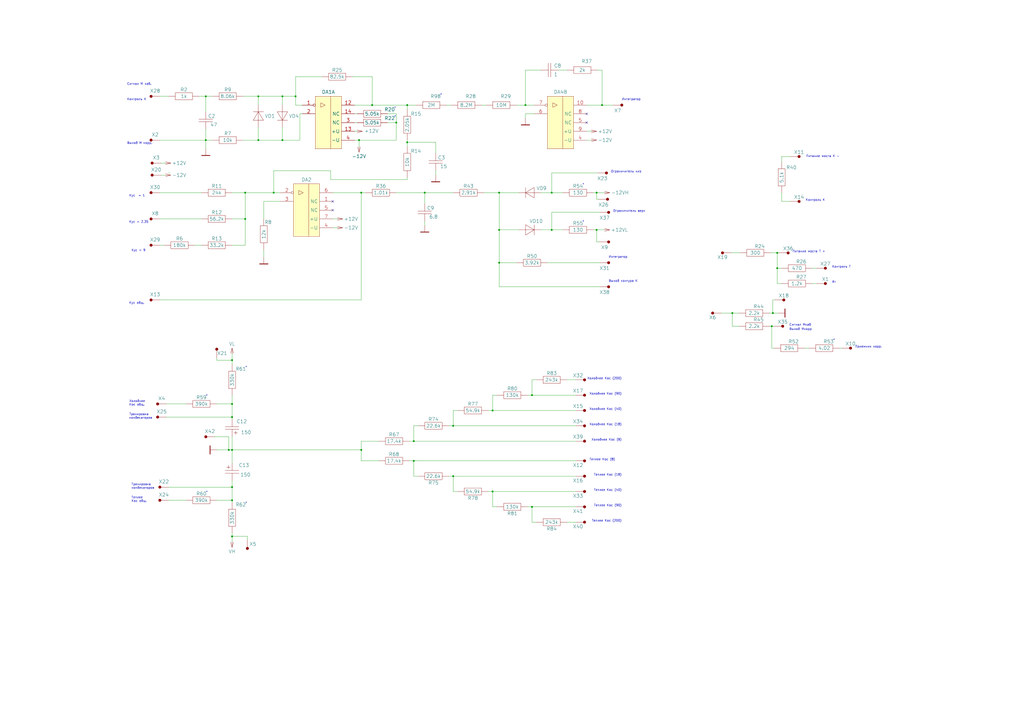
<source format=kicad_sch>
(kicad_sch (version 20231120) (generator "eeschema") (generator_version "8.0")
  (paper "A2")
  (title_block (title "Плата\\n\\nСхема электрическая принципиальная") (company "ОАО Казанский завод\\n\"Электроприбор\"") (comment 1 "6Ю6.679.629-01 Э3") (comment 2 "Хисамов") (comment 3 "Забегаев") (comment 4 "Шайхуллин"))
  (lib_symbols
    (symbol "Amplifier_Operational_GOST:140УД6А" (pin_names (offset 1.016))
      (property "Reference" "DA" (at 0 17.78 0))
      (symbol "140УД6А_1_1"
        (polyline (pts (xy 1.27 15.24) (xy 1.27 -15.24)))
        (polyline (pts (xy -4.445 11.43) (xy -4.445 8.89) (xy -1.905 10.16) (xy -4.445 11.43)))
        (rectangle (start 7.62 15.24) (end -7.62 -15.24) (fill (type background)))
        (pin input line (at 15.24 5.08 180) (length 7.62) (name "NC") (number "1"))
        (pin input inverted (at -15.24 10.16 0) (length 7.62) (name "~") (number "2"))
        (pin input line (at -15.24 5.08 0) (length 7.62) (name "~") (number "3"))
        (pin power_in line (at 15.24 -10.16 180) (length 7.62) (name "-U") (number "4"))
        (pin input line (at 15.24 0 180) (length 7.62) (name "NC") (number "5"))
        (pin output line (at 15.24 10.16 180) (length 7.62) (name "~") (number "6"))
        (pin power_in line (at 15.24 -5.08 180) (length 7.62) (name "+U") (number "7"))
      )
    )
    (symbol "Connector_Generic_GOST:CON" (pin_numbers hide) (pin_names (offset 0) hide)
      (property "Reference" "X" (at -6.35 2.54 0))
      (property "PIN" "NAME" (at -7.62 0 0))
      (symbol "CON_0_1"
        (circle (center -5.08 0) (radius 0.762) (fill (type outline)))
      )
      (symbol "CON_1_1"
        (pin passive line (at 0 0 180) (length 5.08) (name "~") (number "1"))
      )
    )
    (symbol "Device_GOST:C" (pin_numbers hide) (pin_names (offset 0) hide)
      (property "Reference" "C" (at 0.635 2.54 0))
      (property "Value" "Device_GOST_C" (at 0.635 -3.175 0))
      (symbol "C_0_1"
        (polyline (pts (xy -3.9878 -0.762) (xy 3.9878 -0.762)))
        (polyline (pts (xy -3.9878 0.762) (xy 3.9878 0.762)))
      )
      (symbol "C_1_1"
        (pin passive line (at 0 5.08 270) (length 4.318) (name "~") (number "1"))
        (pin passive line (at 0 -5.08 90) (length 4.318) (name "~") (number "2"))
      )
    )
    (symbol "Device_GOST:CP" (pin_numbers hide) (pin_names (offset 0) hide)
      (property "Reference" "C" (at 0.635 2.54 0))
      (property "Value" "Device_GOST_CP" (at 0.635 -3.175 0))
      (symbol "CP_0_1"
        (polyline (pts (xy -3.9878 -0.762) (xy 3.9878 -0.762)))
        (polyline (pts (xy -3.9878 0.762) (xy 3.9878 0.762)))
        (polyline (pts (xy -2.0828 3.7592) (xy -2.0828 1.7272)))
        (polyline (pts (xy -1.0668 2.6924) (xy -3.0988 2.6924)))
      )
      (symbol "CP_1_1"
        (pin passive line (at 0 5.08 270) (length 4.318) (name "~") (number "1"))
        (pin passive line (at 0 -5.08 90) (length 4.318) (name "~") (number "2"))
      )
    )
    (symbol "Device_GOST:R" (pin_numbers hide) (pin_names (offset 0) hide)
      (property "Reference" "R" (at 0 3.81 0))
      (property "Value" "Device_GOST_R" (at 0 0 0))
      (symbol "R_0_1"
        (rectangle (start -5.0038 2.0066) (end 5.0038 -2.0066))
      )
      (symbol "R_1_1"
        (pin passive line (at -8.89 0 0) (length 3.8862) (name "~") (number "1"))
        (pin passive line (at 8.89 0 180) (length 3.8862) (name "~") (number "2"))
      )
    )
    (symbol "Device_GOST:VD" (pin_numbers hide) (pin_names (offset 0) hide)
      (property "Reference" "VD" (at 0 5.08 0))
      (symbol "VD_0_1"
        (polyline (pts (xy -2.54 0) (xy 2.54 0)))
        (polyline (pts (xy -2.4892 2.9972) (xy -2.4892 -2.9972)))
        (polyline (pts (xy -2.4892 0) (xy 2.4892 2.9972) (xy 2.4892 -2.9972) (xy -2.4892 0)))
      )
      (symbol "VD_1_1"
        (pin passive line (at -6.35 0 0) (length 3.81) (name "K") (number "1"))
        (pin passive line (at 6.35 0 180) (length 3.81) (name "A") (number "2"))
      )
    )
    (symbol "K8_Amplifier_Operational_GOST:140УД20" (pin_names (offset 1.016))
      (property "Reference" "DA" (at 15.24 7.62 0))
      (symbol "140УД20_0_1"
        (polyline (pts (xy 16.51 5.08) (xy 16.51 -25.4)))
        (polyline (pts (xy 10.795 1.27) (xy 10.795 -1.27) (xy 13.335 0) (xy 10.795 1.27)))
        (rectangle (start 22.86 5.08) (end 7.62 -25.4) (fill (type background)))
        (pin power_in line (at 30.48 -20.32 180) (length 7.62) (name "-U") (number "4"))
      )
      (symbol "140УД20_1_1"
        (pin input inverted (at 0 0 0) (length 7.62) (name "~") (number "1"))
        (pin output line (at 30.48 0 180) (length 7.62) (name "~") (number "12"))
        (pin power_in line (at 30.48 -15.24 180) (length 7.62) (name "+U") (number "13"))
        (pin input line (at 30.48 -5.08 180) (length 7.62) (name "NC") (number "14"))
        (pin input line (at 0 -5.08 0) (length 7.62) (name "~") (number "2"))
        (pin input line (at 30.48 -10.16 180) (length 7.62) (name "NC") (number "3"))
      )
      (symbol "140УД20_2_1"
        (pin output line (at 30.48 0 180) (length 7.62) (name "~") (number "10"))
        (pin input line (at 30.48 -10.16 180) (length 7.62) (name "NC") (number "5"))
        (pin input line (at 0 -5.08 0) (length 7.62) (name "~") (number "6"))
        (pin input inverted (at 0 0 0) (length 7.62) (name "~") (number "7"))
        (pin input line (at 30.48 -5.08 180) (length 7.62) (name "NC") (number "8"))
        (pin power_in line (at 30.48 -15.24 180) (length 7.62) (name "+U") (number "9"))
      )
    )
    (symbol "power_GOST:+12V" (power) (pin_numbers hide) (pin_names (offset 0) hide)
      (property "Value" "power_GOST_+12V" (at 0 5.08 0))
      (symbol "+12V_0_1"
        (polyline (pts (xy 0 3.175) (xy -0.8128 0.1778)))
        (polyline (pts (xy 0 3.175) (xy 0 0)))
        (polyline (pts (xy 0.8128 0.1778) (xy 0 3.175)))
      )
      (symbol "+12V_1_1"
        (pin power_in line (at 0 0 90) (length 0) hide (name "+12V") (number "1"))
      )
    )
    (symbol "power_GOST:+12VL" (power) (pin_numbers hide) (pin_names (offset 0) hide)
      (property "Value" "power_GOST_+12VL" (at 0 5.08 0))
      (symbol "+12VL_0_1"
        (polyline (pts (xy 0 3.175) (xy -0.8128 0.1778)))
        (polyline (pts (xy 0 3.175) (xy 0 0)))
        (polyline (pts (xy 0.8128 0.1778) (xy 0 3.175)))
      )
      (symbol "+12VL_1_1"
        (pin power_in line (at 0 0 90) (length 0) hide (name "+12VL") (number "1"))
      )
    )
    (symbol "power_GOST:-12V" (power) (pin_numbers hide) (pin_names (offset 0) hide)
      (property "Value" "power_GOST_-12V" (at 0 -5.08 0))
      (symbol "-12V_0_1"
        (polyline (pts (xy -0.8128 -0.1778) (xy 0 -3.175)))
        (polyline (pts (xy 0 -3.175) (xy 0 0)))
        (polyline (pts (xy 0 -3.175) (xy 0.8128 -0.1778)))
      )
      (symbol "-12V_1_1"
        (pin power_in line (at 0 0 270) (length 0) hide (name "-12V") (number "1"))
      )
    )
    (symbol "power_GOST:-12VH" (power) (pin_numbers hide) (pin_names (offset 0) hide)
      (property "Value" "power_GOST_-12VH" (at 0 -5.08 0))
      (symbol "-12VH_0_1"
        (polyline (pts (xy -0.8128 -0.1778) (xy 0 -3.175)))
        (polyline (pts (xy 0 -3.175) (xy 0 0)))
        (polyline (pts (xy 0 -3.175) (xy 0.8128 -0.1778)))
      )
      (symbol "-12VH_1_1"
        (pin power_in line (at 0 0 270) (length 0) hide (name "-12VH") (number "1"))
      )
    )
    (symbol "power_GOST:GND" (power) (pin_numbers hide) (pin_names (offset 0) hide)
      (symbol "GND_0_1"
        (rectangle (start -2.4892 -3.683) (end 2.4892 -3.9878) (fill (type outline)))
        (polyline (pts (xy 0 0) (xy 0 -3.81)))
      )
      (symbol "GND_1_1"
        (pin power_in line (at 0 0 270) (length 0) hide (name "GND") (number "1"))
      )
    )
    (symbol "power_GOST:VH" (power) (pin_numbers hide) (pin_names (offset 0) hide)
      (property "Value" "power_GOST_VH" (at 0 5.08 0))
      (symbol "VH_0_1"
        (polyline (pts (xy 0 3.175) (xy -0.8128 0.1778)))
        (polyline (pts (xy 0 3.175) (xy 0 0)))
        (polyline (pts (xy 0.8128 0.1778) (xy 0 3.175)))
      )
      (symbol "VH_1_1"
        (pin power_in line (at 0 0 90) (length 0) hide (name "VH") (number "1"))
      )
    )
    (symbol "power_GOST:VL" (power) (pin_numbers hide) (pin_names (offset 0) hide)
      (property "Value" "power_GOST_VL" (at 0 5.08 0))
      (symbol "VL_0_1"
        (polyline (pts (xy 0 3.175) (xy -0.8128 0.1778)))
        (polyline (pts (xy 0 3.175) (xy 0 0)))
        (polyline (pts (xy 0.8128 0.1778) (xy 0 3.175)))
      )
      (symbol "VL_1_1"
        (pin power_in line (at 0 0 90) (length 0) hide (name "VL") (number "1"))
      )
    )
  )
  (junction (at 236.22 82.55))
  (junction (at 171.45 55.88))
  (junction (at 149.86 81.28))
  (junction (at 163.83 81.28))
  (junction (at 346.075 111.76))
  (junction (at 349.25 60.96))
  (junction (at 240.03 255.905))
  (junction (at 289.56 111.76))
  (junction (at 209.55 260.985))
  (junction (at 447.675 189.23))
  (junction (at 289.56 133.35))
  (junction (at 236.22 60.96))
  (junction (at 142.24 127))
  (junction (at 240.03 267.335))
  (junction (at 450.85 146.685))
  (junction (at 158.75 111.76))
  (junction (at 308.61 229.235))
  (junction (at 320.04 133.35))
  (junction (at 450.85 155.575))
  (junction (at 134.62 234.315))
  (junction (at 448.31 181.61))
  (junction (at 134.62 241.935))
  (junction (at 209.55 111.76))
  (junction (at 229.87 71.12))
  (junction (at 285.75 238.125))
  (junction (at 289.56 152.4))
  (junction (at 134.62 208.915))
  (junction (at 142.24 111.76))
  (junction (at 346.075 133.35))
  (junction (at 424.815 181.61))
  (junction (at 285.75 285.115))
  (junction (at 119.38 81.28))
  (junction (at 134.62 282.575))
  (junction (at 119.38 55.88))
  (junction (at 149.86 55.88))
  (junction (at 134.62 260.985))
  (junction (at 308.61 294.005))
  (junction (at 134.62 290.195))
  (junction (at 262.89 276.225))
  (junction (at 246.38 111.76))
  (junction (at 320.04 111.76))
  (junction (at 304.8 60.96))
  (junction (at 208.28 81.28))
  (junction (at 215.9 60.96))
  (junction (at 134.62 311.15))
  (junction (at 163.83 55.88))
  (junction (at 132.715 260.985))
  (junction (at 262.89 247.015))
  (no_connect (at 340.36 66.04))
  (no_connect (at 193.04 116.84))
  (no_connect (at 340.36 71.12))
  (no_connect (at 193.04 121.92))
  (wire (pts (xy 97.79 282.575) (xy 134.62 282.575)))
  (wire (pts (xy 240.03 247.015) (xy 242.57 247.015)))
  (wire (pts (xy 134.62 311.15) (xy 134.62 314.325)))
  (wire (pts (xy 313.69 40.64) (xy 304.8 40.64)))
  (wire (pts (xy 285.75 238.125) (xy 285.75 229.235)))
  (wire (pts (xy 92.71 142.24) (xy 95.25 142.24)))
  (wire (pts (xy 320.04 100.33) (xy 346.71 100.33)))
  (wire (pts (xy 446.405 189.23) (xy 447.675 189.23)))
  (wire (pts (xy 448.945 201.93) (xy 447.675 201.93)))
  (wire (pts (xy 92.71 81.28) (xy 119.38 81.28)))
  (wire (pts (xy 92.71 111.76) (xy 116.84 111.76)))
  (wire (pts (xy 280.67 111.76) (xy 289.56 111.76)))
  (wire (pts (xy 466.725 201.93) (xy 469.265 201.93)))
  (wire (pts (xy 289.56 133.35) (xy 289.56 111.76)))
  (wire (pts (xy 458.47 90.805) (xy 453.39 90.805)))
  (wire (pts (xy 450.85 155.575) (xy 453.39 155.575)))
  (wire (pts (xy 229.87 66.04) (xy 229.87 71.12)))
  (wire (pts (xy 262.89 276.225) (xy 334.01 276.225)))
  (wire (pts (xy 224.79 66.04) (xy 229.87 66.04)))
  (wire (pts (xy 306.07 294.005) (xy 308.61 294.005)))
  (wire (pts (xy 229.87 71.12) (xy 229.87 81.28)))
  (wire (pts (xy 236.22 104.14) (xy 191.77 104.14)))
  (wire (pts (xy 304.8 60.96) (xy 299.72 60.96)))
  (wire (pts (xy 191.77 104.14) (xy 191.77 99.06)))
  (wire (pts (xy 209.55 267.335) (xy 209.55 260.985)))
  (wire (pts (xy 299.72 152.4) (xy 289.56 152.4)))
  (wire (pts (xy 134.62 309.245) (xy 134.62 311.15)))
  (wire (pts (xy 246.38 111.76) (xy 229.87 111.76)))
  (wire (pts (xy 453.39 93.98) (xy 453.39 90.805)))
  (wire (pts (xy 449.58 173.99) (xy 448.31 173.99)))
  (wire (pts (xy 93.345 101.6) (xy 95.885 101.6)))
  (wire (pts (xy 304.8 68.58) (xy 304.8 66.04)))
  (wire (pts (xy 236.22 102.87) (xy 236.22 104.14)))
  (wire (pts (xy 149.86 60.96) (xy 149.86 55.88)))
  (wire (pts (xy 246.38 118.11) (xy 246.38 111.76)))
  (wire (pts (xy 163.83 60.96) (xy 163.83 55.88)))
  (wire (pts (xy 346.075 133.35) (xy 350.52 133.35)))
  (wire (pts (xy 205.74 76.2) (xy 207.01 76.2)))
  (wire (pts (xy 140.97 81.28) (xy 149.86 81.28)))
  (wire (pts (xy 285.75 229.235) (xy 288.29 229.235)))
  (wire (pts (xy 171.45 55.88) (xy 171.45 60.96)))
  (wire (pts (xy 212.09 111.76) (xy 209.55 111.76)))
  (wire (pts (xy 346.075 115.57) (xy 346.075 111.76)))
  (wire (pts (xy 446.405 181.61) (xy 448.31 181.61)))
  (wire (pts (xy 134.62 260.985) (xy 134.62 253.365)))
  (wire (pts (xy 215.9 44.45) (xy 204.47 44.45)))
  (wire (pts (xy 320.04 133.35) (xy 326.39 133.35)))
  (wire (pts (xy 142.24 111.76) (xy 158.75 111.76)))
  (wire (pts (xy 262.89 238.125) (xy 265.43 238.125)))
  (wire (pts (xy 308.61 229.235) (xy 308.61 220.345)))
  (wire (pts (xy 149.86 73.66) (xy 149.86 81.28)))
  (wire (pts (xy 163.83 55.88) (xy 171.45 55.88)))
  (wire (pts (xy 308.61 229.235) (xy 334.01 229.235)))
  (wire (pts (xy 132.715 253.365) (xy 132.715 260.985)))
  (wire (pts (xy 96.52 234.315) (xy 107.95 234.315)))
  (wire (pts (xy 344.17 133.35) (xy 346.075 133.35)))
  (wire (pts (xy 241.3 60.96) (xy 236.22 60.96)))
  (wire (pts (xy 143.51 311.15) (xy 134.62 311.15)))
  (wire (pts (xy 453.39 116.84) (xy 458.47 116.84)))
  (wire (pts (xy 97.79 100.33) (xy 98.425 100.33)))
  (wire (pts (xy 149.86 81.28) (xy 163.83 81.28)))
  (wire (pts (xy 308.61 294.005) (xy 308.61 302.895)))
  (wire (pts (xy 219.71 255.905) (xy 209.55 255.905)))
  (wire (pts (xy 418.465 181.61) (xy 424.815 181.61)))
  (wire (pts (xy 113.03 142.24) (xy 116.84 142.24)))
  (wire (pts (xy 191.77 99.06) (xy 158.75 99.06)))
  (wire (pts (xy 448.31 181.61) (xy 451.485 181.61)))
  (wire (pts (xy 283.21 238.125) (xy 285.75 238.125)))
  (wire (pts (xy 134.62 229.235) (xy 134.62 234.315)))
  (wire (pts (xy 471.17 155.575) (xy 473.71 155.575)))
  (wire (pts (xy 304.8 60.96) (xy 309.88 60.96)))
  (wire (pts (xy 125.73 290.195) (xy 134.62 290.195)))
  (wire (pts (xy 308.61 294.005) (xy 334.01 294.005)))
  (wire (pts (xy 134.62 278.765) (xy 134.62 282.575)))
  (wire (pts (xy 344.17 111.76) (xy 346.075 111.76)))
  (wire (pts (xy 207.01 71.12) (xy 205.74 71.12)))
  (wire (pts (xy 471.17 164.465) (xy 473.71 164.465)))
  (wire (pts (xy 340.36 76.2) (xy 342.9 76.2)))
  (wire (pts (xy 447.675 189.23) (xy 448.945 189.23)))
  (wire (pts (xy 134.62 268.605) (xy 134.62 260.985)))
  (wire (pts (xy 346.71 40.64) (xy 349.25 40.64)))
  (wire (pts (xy 450.85 164.465) (xy 450.85 155.575)))
  (wire (pts (xy 346.075 140.335) (xy 346.075 133.35)))
  (wire (pts (xy 252.73 88.9) (xy 252.73 82.55)))
  (wire (pts (xy 119.38 74.93) (xy 119.38 81.28)))
  (wire (pts (xy 219.71 267.335) (xy 209.55 267.335)))
  (wire (pts (xy 347.98 123.19) (xy 320.04 123.19)))
  (wire (pts (xy 143.51 313.055) (xy 143.51 311.15)))
  (wire (pts (xy 289.56 111.76) (xy 300.99 111.76)))
  (wire (pts (xy 453.39 164.465) (xy 450.85 164.465)))
  (wire (pts (xy 236.22 60.96) (xy 236.22 63.5)))
  (wire (pts (xy 142.24 111.76) (xy 142.24 127)))
  (wire (pts (xy 447.675 189.23) (xy 447.675 201.93)))
  (wire (pts (xy 285.75 285.115) (xy 285.75 294.005)))
  (wire (pts (xy 252.73 101.6) (xy 252.73 99.06)))
  (wire (pts (xy 173.99 66.04) (xy 175.26 66.04)))
  (wire (pts (xy 134.62 234.315) (xy 134.62 241.935)))
  (wire (pts (xy 237.49 267.335) (xy 240.03 267.335)))
  (wire (pts (xy 163.83 81.28) (xy 173.99 81.28)))
  (wire (pts (xy 317.5 152.4) (xy 347.98 152.4)))
  (wire (pts (xy 448.31 173.99) (xy 448.31 181.61)))
  (wire (pts (xy 92.71 55.88) (xy 97.79 55.88)))
  (wire (pts (xy 428.625 189.23) (xy 424.815 189.23)))
  (wire (pts (xy 134.62 290.195) (xy 134.62 291.465)))
  (wire (pts (xy 323.85 40.64) (xy 328.93 40.64)))
  (wire (pts (xy 320.04 123.19) (xy 320.04 133.35)))
  (wire (pts (xy 453.39 111.76) (xy 453.39 116.84)))
  (wire (pts (xy 349.25 60.96) (xy 340.36 60.96)))
  (wire (pts (xy 349.25 60.96) (xy 355.6 60.96)))
  (wire (pts (xy 125.73 208.915) (xy 134.62 208.915)))
  (wire (pts (xy 124.46 253.365) (xy 132.715 253.365)))
  (wire (pts (xy 193.04 132.08) (xy 195.58 132.08)))
  (wire (pts (xy 285.75 285.115) (xy 334.01 285.115)))
  (wire (pts (xy 285.75 294.005) (xy 288.29 294.005)))
  (wire (pts (xy 205.74 66.04) (xy 207.01 66.04)))
  (wire (pts (xy 346.075 111.76) (xy 350.52 111.76)))
  (wire (pts (xy 153.035 116.84) (xy 162.56 116.84)))
  (wire (pts (xy 246.38 130.81) (xy 246.38 128.27)))
  (wire (pts (xy 320.04 111.76) (xy 326.39 111.76)))
  (wire (pts (xy 215.9 60.96) (xy 236.22 60.96)))
  (wire (pts (xy 149.86 55.88) (xy 163.83 55.88)))
  (wire (pts (xy 260.35 276.225) (xy 262.89 276.225)))
  (wire (pts (xy 289.56 152.4) (xy 289.56 133.35)))
  (wire (pts (xy 134.62 208.915) (xy 134.62 211.455)))
  (wire (pts (xy 142.24 142.24) (xy 134.62 142.24)))
  (wire (pts (xy 134.62 127) (xy 142.24 127)))
  (wire (pts (xy 153.035 144.78) (xy 153.035 149.225)))
  (wire (pts (xy 308.61 302.895) (xy 311.15 302.895)))
  (wire (pts (xy 347.345 115.57) (xy 346.075 115.57)))
  (wire (pts (xy 308.61 220.345) (xy 311.15 220.345)))
  (wire (pts (xy 452.12 146.685) (xy 450.85 146.685)))
  (wire (pts (xy 240.03 276.225) (xy 242.57 276.225)))
  (wire (pts (xy 306.07 229.235) (xy 308.61 229.235)))
  (wire (pts (xy 92.71 127) (xy 116.84 127)))
  (wire (pts (xy 237.49 255.905) (xy 240.03 255.905)))
  (wire (pts (xy 240.03 255.905) (xy 334.01 255.905)))
  (wire (pts (xy 115.57 55.88) (xy 119.38 55.88)))
  (wire (pts (xy 347.98 166.37) (xy 289.56 166.37)))
  (wire (pts (xy 279.4 60.96) (xy 281.94 60.96)))
  (wire (pts (xy 209.55 255.905) (xy 209.55 260.985)))
  (wire (pts (xy 349.25 40.64) (xy 349.25 60.96)))
  (wire (pts (xy 262.89 285.115) (xy 265.43 285.115)))
  (wire (pts (xy 240.03 255.905) (xy 240.03 247.015)))
  (wire (pts (xy 125.73 207.645) (xy 125.73 208.915)))
  (wire (pts (xy 320.04 100.33) (xy 320.04 111.76)))
  (wire (pts (xy 487.045 201.93) (xy 488.315 201.93)))
  (wire (pts (xy 304.8 66.04) (xy 309.88 66.04)))
  (wire (pts (xy 424.815 189.23) (xy 424.815 181.61)))
  (wire (pts (xy 134.62 260.985) (xy 209.55 260.985)))
  (wire (pts (xy 236.22 81.28) (xy 236.22 82.55)))
  (wire (pts (xy 134.62 282.575) (xy 134.62 290.195)))
  (wire (pts (xy 186.69 44.45) (xy 171.45 44.45)))
  (wire (pts (xy 328.93 220.345) (xy 334.01 220.345)))
  (wire (pts (xy 285.75 238.125) (xy 334.01 238.125)))
  (wire (pts (xy 119.38 86.36) (xy 119.38 81.28)))
  (wire (pts (xy 134.62 111.76) (xy 142.24 111.76)))
  (wire (pts (xy 313.69 111.76) (xy 320.04 111.76)))
  (wire (pts (xy 92.71 173.99) (xy 209.55 173.99)))
  (wire (pts (xy 215.9 60.96) (xy 215.9 44.45)))
  (wire (pts (xy 424.815 181.61) (xy 428.625 181.61)))
  (wire (pts (xy 163.83 73.66) (xy 163.83 81.28)))
  (wire (pts (xy 193.04 111.76) (xy 209.55 111.76)))
  (wire (pts (xy 300.99 133.35) (xy 289.56 133.35)))
  (wire (pts (xy 205.74 60.96) (xy 215.9 60.96)))
  (wire (pts (xy 96.52 241.935) (xy 134.62 241.935)))
  (wire (pts (xy 209.55 173.99) (xy 209.55 111.76)))
  (wire (pts (xy 119.38 64.77) (xy 119.38 55.88)))
  (wire (pts (xy 262.89 276.225) (xy 262.89 285.115)))
  (wire (pts (xy 313.69 133.35) (xy 320.04 133.35)))
  (wire (pts (xy 289.56 166.37) (xy 289.56 152.4)))
  (wire (pts (xy 140.97 55.88) (xy 149.86 55.88)))
  (wire (pts (xy 142.24 127) (xy 142.24 142.24)))
  (wire (pts (xy 119.38 55.88) (xy 123.19 55.88)))
  (wire (pts (xy 347.98 140.335) (xy 346.075 140.335)))
  (wire (pts (xy 240.03 267.335) (xy 334.01 267.335)))
  (wire (pts (xy 450.85 146.685) (xy 447.04 146.685)))
  (wire (pts (xy 134.62 241.935) (xy 134.62 243.205)))
  (wire (pts (xy 450.85 155.575) (xy 450.85 146.685)))
  (wire (pts (xy 132.715 260.985) (xy 134.62 260.985)))
  (wire (pts (xy 260.35 247.015) (xy 262.89 247.015)))
  (wire (pts (xy 171.45 60.96) (xy 175.26 60.96)))
  (wire (pts (xy 246.38 111.76) (xy 262.89 111.76)))
  (wire (pts (xy 171.45 44.45) (xy 171.45 55.88)))
  (wire (pts (xy 208.28 81.28) (xy 208.28 85.09)))
  (wire (pts (xy 158.75 99.06) (xy 158.75 111.76)))
  (wire (pts (xy 119.38 81.28) (xy 123.19 81.28)))
  (wire (pts (xy 193.04 127) (xy 195.58 127)))
  (wire (pts (xy 424.18 146.685) (xy 429.26 146.685)))
  (wire (pts (xy 283.21 285.115) (xy 285.75 285.115)))
  (wire (pts (xy 340.36 81.28) (xy 342.9 81.28)))
  (wire (pts (xy 304.8 40.64) (xy 304.8 60.96)))
  (wire (pts (xy 153.035 127) (xy 153.035 116.84)))
  (wire (pts (xy 262.89 247.015) (xy 334.01 247.015)))
  (wire (pts (xy 173.99 81.28) (xy 173.99 66.04)))
  (wire (pts (xy 125.73 260.985) (xy 132.715 260.985)))
  (wire (pts (xy 240.03 267.335) (xy 240.03 276.225)))
  (wire (pts (xy 134.62 205.105) (xy 134.62 208.915)))
  (wire (pts (xy 93.345 94.615) (xy 95.885 94.615)))
  (wire (pts (xy 252.73 82.55) (xy 236.22 82.55)))
  (wire (pts (xy 125.73 234.315) (xy 134.62 234.315)))
  (wire (pts (xy 97.79 290.195) (xy 107.95 290.195)))
  (wire (pts (xy 236.22 82.55) (xy 236.22 85.09)))
  (wire (pts (xy 328.93 302.895) (xy 334.01 302.895)))
  (wire (pts (xy 158.75 111.76) (xy 162.56 111.76)))
  (wire (pts (xy 205.74 81.28) (xy 208.28 81.28)))
  (wire (pts (xy 229.87 71.12) (xy 224.79 71.12)))
  (wire (pts (xy 229.87 81.28) (xy 208.28 81.28)))
  (wire (pts (xy 259.08 60.96) (xy 261.62 60.96)))
  (wire (pts (xy 262.89 247.015) (xy 262.89 238.125)))
  (text "Холоднее Кос (200)" (at 360.68 220.345 0) (effects (font (size 1.27 1.27)) (justify right bottom)))
  (text "*" (at 119.38 286.385 0) (effects (font (size 1.27 1.27)) (justify left bottom)))
  (text "*" (at 119.38 230.505 0) (effects (font (size 1.27 1.27)) (justify left bottom)))
  (text "Питание моста К -" (at 487.045 91.44 0) (effects (font (size 1.27 1.27)) (justify right bottom)))
  (text "Теплее\nКос общ." (at 76.2 291.465 0) (effects (font (size 1.27 1.27)) (justify left bottom)))
  (text "*" (at 483.235 198.12 0) (effects (font (size 1.27 1.27)) (justify left bottom)))
  (text "Интегратор" (at 360.68 58.42 0) (effects (font (size 1.27 1.27)) (justify left bottom)))
  (text "*" (at 228.6 63.5 0) (effects (font (size 1.27 1.27)) (justify left bottom)))
  (text "Холоднее \nКос общ." (at 74.93 235.585 0) (effects (font (size 1.27 1.27)) (justify left bottom)))
  (text "Холоднее Кос (18)" (at 360.68 247.015 0) (effects (font (size 1.27 1.27)) (justify right bottom)))
  (text "Теплее Кос (200)" (at 360.68 302.895 0) (effects (font (size 1.27 1.27)) (justify right bottom)))
  (text "Сигнал М каб." (at 73.66 49.53 0) (effects (font (size 1.27 1.27)) (justify left bottom)))
  (text "Теплее Кос (18)" (at 360.68 276.225 0) (effects (font (size 1.27 1.27)) (justify right bottom)))
  (text "Выход контура К" (at 353.06 163.83 0) (effects (font (size 1.27 1.27)) (justify left bottom)))
  (text "Контроль Т" (at 482.6 155.575 0) (effects (font (size 1.27 1.27)) (justify left bottom)))
  (text "Выход М корр." (at 73.66 83.82 0) (effects (font (size 1.27 1.27)) (justify left bottom)))
  (text "*" (at 142.24 292.735 0) (effects (font (size 1.27 1.27)) (justify left bottom)))
  (text "Холоднее Кос (40)" (at 360.68 238.125 0) (effects (font (size 1.27 1.27)) (justify right bottom)))
  (text "Сигнал Мкаб" (at 457.835 189.23 0) (effects (font (size 1.27 1.27)) (justify left bottom)))
  (text "Тренировка \nкондесаторов" (at 74.93 243.205 0) (effects (font (size 1.27 1.27)) (justify left bottom)))
  (text "Приемник корр." (at 495.935 201.93 0) (effects (font (size 1.27 1.27)) (justify left bottom)))
  (text "Кус = 9" (at 76.2 146.05 0) (effects (font (size 1.27 1.27)) (justify left bottom)))
  (text "Rт" (at 482.6 164.465 0) (effects (font (size 1.27 1.27)) (justify left bottom)))
  (text "Контроль К" (at 73.66 58.42 0) (effects (font (size 1.27 1.27)) (justify left bottom)))
  (text "Теплее Кос (40)" (at 360.68 285.115 0) (effects (font (size 1.27 1.27)) (justify right bottom)))
  (text "Ограничитель низ" (at 354.33 100.33 0) (effects (font (size 1.27 1.27)) (justify left bottom)))
  (text "Кус  = 1" (at 74.93 114.3 0) (effects (font (size 1.27 1.27)) (justify left bottom)))
  (text "*" (at 142.24 213.995 0) (effects (font (size 1.27 1.27)) (justify left bottom)))
  (text "Интегратор" (at 353.06 149.86 0) (effects (font (size 1.27 1.27)) (justify left bottom)))
  (text "*" (at 337.82 107.95 0) (effects (font (size 1.27 1.27)) (justify left bottom)))
  (text "Контроль K" (at 467.36 116.84 0) (effects (font (size 1.27 1.27)) (justify left bottom)))
  (text "Кус общ." (at 74.93 176.53 0) (effects (font (size 1.27 1.27)) (justify left bottom)))
  (text "*" (at 228.6 68.58 0) (effects (font (size 1.27 1.27)) (justify left bottom)))
  (text "Ограничитель верх" (at 355.6 123.19 0) (effects (font (size 1.27 1.27)) (justify left bottom)))
  (text "Кус = 2,35" (at 74.93 129.54 0) (effects (font (size 1.27 1.27)) (justify left bottom)))
  (text "Питание моста Т +" (at 478.79 146.685 0) (effects (font (size 1.27 1.27)) (justify right bottom)))
  (text "*" (at 337.82 129.54 0) (effects (font (size 1.27 1.27)) (justify left bottom)))
  (text "Теплее Кос (8)" (at 356.87 267.335 0) (effects (font (size 1.27 1.27)) (justify right bottom)))
  (text "Теплее Кос (90)" (at 360.68 294.005 0) (effects (font (size 1.27 1.27)) (justify right bottom)))
  (text "*" (at 255.27 55.88 0) (effects (font (size 1.27 1.27)) (justify left bottom)))
  (text "Тренировка \nкондесаторов" (at 76.2 283.845 0) (effects (font (size 1.27 1.27)) (justify left bottom)))
  (text "Холоднее Кос (90)" (at 360.68 229.235 0) (effects (font (size 1.27 1.27)) (justify right bottom)))
  (text "Холоднее Кос (8)" (at 360.68 255.905 0) (effects (font (size 1.27 1.27)) (justify right bottom)))
  (text "Выход Мкорр " (at 457.835 191.77 0) (effects (font (size 1.27 1.27)) (justify left bottom)))
  (symbol (lib_id "power_GOST:GND") (at 119.38 86.36 0) (unit 1)
    (property "Reference" "#PWR?" (effects (hide yes)))
    (property "Value" "GND" (effects (hide yes)))
  )
  (symbol (lib_id "power_GOST:GND") (at 252.73 101.6 0) (unit 1)
    (property "Reference" "#PWR?" (effects (hide yes)))
    (property "Value" "GND" (effects (hide yes)))
  )
  (symbol (lib_id "Device_GOST:R") (at 250.19 60.96 0) (unit 1)
    (property "Reference" "R98" (at 252.73 55.88 0) (effects (font (size 2.0066 2.0066))))
    (property "Value" "2M" (at 250.19 60.96 0) (effects (font (size 2.0066 2.0066))))
  )
  (symbol (lib_id "Device_GOST:R") (at 270.51 60.96 0) (unit 1)
    (property "Reference" "R28" (at 273.05 55.88 0) (effects (font (size 2.0066 2.0066))))
    (property "Value" "8.2M" (at 270.51 60.96 0) (effects (font (size 2.0066 2.0066))))
  )
  (symbol (lib_id "Device_GOST:R") (at 290.83 60.96 0) (unit 1)
    (property "Reference" "R29" (at 293.37 55.88 0) (effects (font (size 2.0066 2.0066))))
    (property "Value" "10M" (at 290.83 60.96 0) (effects (font (size 2.0066 2.0066))))
  )
  (symbol (lib_id "power_GOST:GND") (at 304.8 68.58 0) (unit 1)
    (property "Reference" "#PWR?" (effects (hide yes)))
    (property "Value" "GND" (effects (hide yes)))
  )
  (symbol (lib_id "Connector_Generic_GOST:CON") (at 355.6 60.96 180) (unit 1)
    (property "Reference" "X7" (at 358.3178 64.135 0) (effects (font (size 2.0066 2.0066))))
    (property "Value" "CON" (effects (hide yes)))
    (property "PIN" "NAME" (effects (hide yes)))
  )
  (symbol (lib_id "Device_GOST:R") (at 220.98 111.76 0) (unit 1)
    (property "Reference" "R36" (at 220.98 107.95 0) (effects (font (size 2.0066 2.0066))))
    (property "Value" "1.01k" (at 220.98 111.76 0) (effects (font (size 2.0066 2.0066))))
  )
  (symbol (lib_id "Amplifier_Operational_GOST:140УД6А") (at 177.8 121.92 0) (unit 1)
    (property "Reference" "DA2" (at 177.8 104.267 0) (effects (font (size 2.0066 2.0066))))
    (property "Value" "140УД6А" (effects (hide yes)))
    (property "Footprint" "Package_TO_SOT_THT_RU:3101.8" (effects (hide yes)))
  )
  (symbol (lib_id "Device_GOST:C") (at 246.38 123.19 0) (unit 1)
    (property "Reference" "C9" (at 247.65 120.65 0) (effects (font (size 2.0066 2.0066)) (justify left)))
    (property "Value" "6.8" (at 248.92 125.73 0) (effects (font (size 2.0066 2.0066)) (justify left)))
  )
  (symbol (lib_id "power_GOST:GND") (at 246.38 130.81 0) (unit 1)
    (property "Reference" "#PWR?" (effects (hide yes)))
    (property "Value" "GND" (effects (hide yes)))
  )
  (symbol (lib_id "Device_GOST:VD") (at 307.34 133.35 180) (unit 1)
    (property "Reference" "VD10" (at 314.96 128.27 0) (effects (font (size 2.0066 2.0066)) (justify left)))
    (property "Value" "2Д522Б" (effects (hide yes)))
  )
  (symbol (lib_id "Device_GOST:VD") (at 307.34 111.76 0) (unit 1)
    (property "Reference" "VD9" (at 311.15 109.22 0) (effects (font (size 2.0066 2.0066)) (justify left)))
    (property "Value" "2Д522Б" (effects (hide yes)))
  )
  (symbol (lib_id "Device_GOST:R") (at 271.78 111.76 0) (unit 1)
    (property "Reference" "R43" (at 271.78 107.95 0) (effects (font (size 2.0066 2.0066))))
    (property "Value" "2.91k" (at 271.78 111.76 0) (effects (font (size 2.0066 2.0066))))
  )
  (symbol (lib_id "Device_GOST:R") (at 335.28 111.76 0) (unit 1)
    (property "Reference" "R54" (at 335.28 107.95 0) (effects (font (size 2.0066 2.0066))))
    (property "Value" "130" (at 335.28 111.76 0) (effects (font (size 2.0066 2.0066))))
  )
  (symbol (lib_id "Device_GOST:R") (at 335.28 133.35 0) (unit 1)
    (property "Reference" "R55" (at 335.28 129.54 0) (effects (font (size 2.0066 2.0066))))
    (property "Value" "130" (at 335.28 133.35 0) (effects (font (size 2.0066 2.0066))))
  )
  (symbol (lib_id "Device_GOST:R") (at 308.61 152.4 0) (unit 1)
    (property "Reference" "R50" (at 308.61 148.59 0) (effects (font (size 2.0066 2.0066))))
    (property "Value" "3.92k" (at 308.61 152.4 0) (effects (font (size 2.0066 2.0066))))
  )
  (symbol (lib_id "Device_GOST:C") (at 318.77 40.64 270) (unit 1)
    (property "Reference" "C8" (at 321.31 38.1 90) (effects (font (size 2.0066 2.0066)) (justify left)))
    (property "Value" "1" (at 321.31 43.18 90) (effects (font (size 2.0066 2.0066)) (justify left)))
  )
  (symbol (lib_id "Device_GOST:R") (at 337.82 40.64 0) (unit 1)
    (property "Reference" "R37" (at 340.36 35.56 0) (effects (font (size 2.0066 2.0066))))
    (property "Value" "2k" (at 337.82 40.64 0) (effects (font (size 2.0066 2.0066))))
  )
  (symbol (lib_id "Device_GOST:R") (at 106.68 55.88 0) (unit 1)
    (property "Reference" "R2" (at 106.68 52.07 0) (effects (font (size 2.0066 2.0066))))
    (property "Value" "1k" (at 106.68 55.88 0) (effects (font (size 2.0066 2.0066))))
    (property "Footprint" "Resistor_SMD:R_1206_3216Metric" (effects (hide yes)))
  )
  (symbol (lib_id "power_GOST:+12V") (at 207.01 76.2 270) (unit 1)
    (property "Reference" "#PWR?" (effects (hide yes)))
    (property "Value" "+12V" (at 211.328 75.946 90) (effects (font (size 2.0066 2.0066)) (justify left)))
  )
  (symbol (lib_id "Device_GOST:R") (at 132.08 55.88 0) (unit 1)
    (property "Reference" "R9" (at 132.08 52.07 0) (effects (font (size 2.0066 2.0066))))
    (property "Value" "8.06k" (at 132.08 55.88 0) (effects (font (size 2.0066 2.0066))))
    (property "Footprint" "Resistor_SMD:R_1206_3216Metric" (effects (hide yes)))
  )
  (symbol (lib_id "power_GOST:-12V") (at 208.28 85.09 0) (unit 1)
    (property "Reference" "#PWR?" (effects (hide yes)))
    (property "Value" "-12V" (at 208.28 90.678 0) (effects (font (size 2.0066 2.0066))))
  )
  (symbol (lib_id "Device_GOST:C") (at 119.38 69.85 0) (unit 1)
    (property "Reference" "C2" (at 120.65 67.31 0) (effects (font (size 2.0066 2.0066)) (justify left)))
    (property "Value" "47" (at 121.92 72.39 0) (effects (font (size 2.0066 2.0066)) (justify left)))
  )
  (symbol (lib_id "Device_GOST:R") (at 132.08 81.28 0) (unit 1)
    (property "Reference" "R7" (at 132.08 77.47 0) (effects (font (size 2.0066 2.0066))))
    (property "Value" "10k" (at 132.08 81.28 0) (effects (font (size 2.0066 2.0066))))
    (property "Footprint" "Resistor_SMD:R_1206_3216Metric" (effects (hide yes)))
  )
  (symbol (lib_id "Device_GOST:VD") (at 149.86 67.31 270) (unit 1)
    (property "Reference" "VD1" (at 153.5684 67.31 90) (effects (font (size 2.0066 2.0066)) (justify left)))
    (property "Value" "2Д522Б" (effects (hide yes)))
  )
  (symbol (lib_id "Device_GOST:VD") (at 163.83 67.31 90) (unit 1)
    (property "Reference" "VD4" (at 167.5384 67.31 90) (effects (font (size 2.0066 2.0066)) (justify right)))
    (property "Value" "2Д522Б" (effects (hide yes)))
  )
  (symbol (lib_id "Device_GOST:R") (at 195.58 44.45 0) (unit 1)
    (property "Reference" "R25" (at 195.58 40.64 0) (effects (font (size 2.0066 2.0066))))
    (property "Value" "82.5k" (at 195.58 44.45 0) (effects (font (size 2.0066 2.0066))))
  )
  (symbol (lib_id "Device_GOST:R") (at 125.73 111.76 0) (unit 1)
    (property "Reference" "R11" (at 125.73 107.95 0) (effects (font (size 2.0066 2.0066))))
    (property "Value" "24k" (at 125.73 111.76 0) (effects (font (size 2.0066 2.0066))))
    (property "Footprint" "Resistor_SMD:R_1206_3216Metric" (effects (hide yes)))
  )
  (symbol (lib_id "Device_GOST:R") (at 125.73 127 0) (unit 1)
    (property "Reference" "R12" (at 125.73 123.19 0) (effects (font (size 2.0066 2.0066))))
    (property "Value" "56.2k" (at 125.73 127 0) (effects (font (size 2.0066 2.0066))))
    (property "Footprint" "Resistor_SMD:R_1206_3216Metric" (effects (hide yes)))
  )
  (symbol (lib_id "Device_GOST:R") (at 125.73 142.24 0) (unit 1)
    (property "Reference" "R13" (at 125.73 138.43 0) (effects (font (size 2.0066 2.0066))))
    (property "Value" "33.2k" (at 125.73 142.24 0) (effects (font (size 2.0066 2.0066))))
    (property "Footprint" "Resistor_SMD:R_1206_3216Metric" (effects (hide yes)))
  )
  (symbol (lib_id "Device_GOST:R") (at 153.035 135.89 90) (unit 1)
    (property "Reference" "R8" (at 155.575 128.905 90) (effects (font (size 2.0066 2.0066))))
    (property "Value" "12k" (at 153.035 135.89 0) (effects (font (size 2.0066 2.0066))))
    (property "Footprint" "Resistor_SMD:R_1206_3216Metric" (effects (hide yes)))
  )
  (symbol (lib_id "Connector_Generic_GOST:CON") (at 92.71 81.28 0) (unit 1)
    (property "Reference" "X2" (at 89.9922 78.105 0) (effects (font (size 2.0066 2.0066))))
    (property "Value" "CON" (effects (hide yes)))
    (property "PIN" "NAME" (effects (hide yes)))
  )
  (symbol (lib_id "Connector_Generic_GOST:CON") (at 92.71 111.76 0) (unit 1)
    (property "Reference" "X30" (at 89.9922 108.585 0) (effects (font (size 2.0066 2.0066))))
    (property "Value" "CON" (effects (hide yes)))
    (property "PIN" "NAME" (effects (hide yes)))
  )
  (symbol (lib_id "Connector_Generic_GOST:CON") (at 92.71 127 0) (unit 1)
    (property "Reference" "X8" (at 89.9922 123.825 0) (effects (font (size 2.0066 2.0066))))
    (property "Value" "CON" (effects (hide yes)))
    (property "PIN" "NAME" (effects (hide yes)))
  )
  (symbol (lib_id "Connector_Generic_GOST:CON") (at 92.71 142.24 0) (unit 1)
    (property "Reference" "X29" (at 89.9922 139.065 0) (effects (font (size 2.0066 2.0066))))
    (property "Value" "CON" (effects (hide yes)))
    (property "PIN" "NAME" (effects (hide yes)))
  )
  (symbol (lib_id "power_GOST:+12V") (at 195.58 127 270) (unit 1)
    (property "Reference" "#PWR?" (effects (hide yes)))
    (property "Value" "+12V" (at 199.4408 127 90) (effects (font (size 2.0066 2.0066)) (justify left)))
  )
  (symbol (lib_id "power_GOST:-12V") (at 195.58 132.08 90) (unit 1)
    (property "Reference" "#PWR?" (effects (hide yes)))
    (property "Value" "-12V" (at 199.4408 132.08 90) (effects (font (size 2.0066 2.0066)) (justify right)))
  )
  (symbol (lib_id "Connector_Generic_GOST:CON") (at 92.71 173.99 0) (unit 1)
    (property "Reference" "X13" (at 89.9922 170.815 0) (effects (font (size 2.0066 2.0066))))
    (property "Value" "CON" (effects (hide yes)))
    (property "PIN" "NAME" (effects (hide yes)))
  )
  (symbol (lib_id "power_GOST:+12V") (at 342.9 76.2 270) (unit 1)
    (property "Reference" "#PWR?" (effects (hide yes)))
    (property "Value" "+12V" (at 346.7608 76.2 90) (effects (font (size 2.0066 2.0066)) (justify left)))
  )
  (symbol (lib_id "power_GOST:-12V") (at 342.9 81.28 90) (unit 1)
    (property "Reference" "#PWR?" (effects (hide yes)))
    (property "Value" "-12V" (at 346.7608 81.28 90) (effects (font (size 2.0066 2.0066)) (justify right)))
  )
  (symbol (lib_id "Connector_Generic_GOST:CON") (at 93.345 94.615 0) (unit 1)
    (property "Reference" "X3" (at 90.6272 91.44 0) (effects (font (size 2.0066 2.0066))))
    (property "Value" "CON" (effects (hide yes)))
    (property "PIN" "NAME" (effects (hide yes)))
  )
  (symbol (lib_id "power_GOST:+12V") (at 95.885 94.615 270) (unit 1)
    (property "Reference" "#PWR?" (effects (hide yes)))
    (property "Value" "+12V" (at 99.7458 94.615 90) (effects (font (size 2.0066 2.0066)) (justify left)))
  )
  (symbol (lib_id "Connector_Generic_GOST:CON") (at 346.71 100.33 180) (unit 1)
    (property "Reference" "X23" (at 349.4278 103.505 0) (effects (font (size 2.0066 2.0066))))
    (property "Value" "CON" (effects (hide yes)))
    (property "PIN" "NAME" (effects (hide yes)))
  )
  (symbol (lib_id "Device_GOST:R") (at 236.22 72.39 270) (unit 1)
    (property "Reference" "R15" (at 241.3 66.04 90) (effects (font (size 2.0066 2.0066))))
    (property "Value" "2.05k" (at 236.22 72.39 0) (effects (font (size 2.0066 2.0066))))
    (property "Footprint" "Resistor_SMD:R_1206_3216Metric" (effects (hide yes)))
  )
  (symbol (lib_id "Connector_Generic_GOST:CON") (at 347.98 123.19 180) (unit 1)
    (property "Reference" "X37" (at 350.6978 126.365 0) (effects (font (size 2.0066 2.0066))))
    (property "Value" "CON" (effects (hide yes)))
    (property "PIN" "NAME" (effects (hide yes)))
  )
  (symbol (lib_id "Device_GOST:R") (at 236.22 93.98 270) (unit 1)
    (property "Reference" "R14" (at 241.3 87.63 90) (effects (font (size 2.0066 2.0066))))
    (property "Value" "10k" (at 236.22 93.98 0) (effects (font (size 2.0066 2.0066))))
    (property "Footprint" "Resistor_SMD:R_1206_3216Metric" (effects (hide yes)))
  )
  (symbol (lib_id "Connector_Generic_GOST:CON") (at 143.51 313.055 90) (unit 1)
    (property "Reference" "X5" (at 146.685 315.595 90) (effects (font (size 2.0066 2.0066))))
    (property "Value" "CON" (effects (hide yes)))
    (property "PIN" "NAME" (effects (hide yes)))
  )
  (symbol (lib_id "Device_GOST:C") (at 252.73 93.98 0) (unit 1)
    (property "Reference" "C3" (at 254 91.44 0) (effects (font (size 2.0066 2.0066)) (justify left)))
    (property "Value" "15" (at 255.27 96.52 0) (effects (font (size 2.0066 2.0066)) (justify left)))
  )
  (symbol (lib_id "power_GOST:-12VH") (at 350.52 111.76 90) (unit 1)
    (property "Reference" "#PWR?" (effects (hide yes)))
    (property "Value" "-12VH" (at 354.4062 111.76 90) (effects (font (size 2.0066 2.0066)) (justify right)))
  )
  (symbol (lib_id "power_GOST:+12VL") (at 350.52 133.35 270) (unit 1)
    (property "Reference" "#PWR?" (effects (hide yes)))
    (property "Value" "+12VL" (at 354.3808 133.35 90) (effects (font (size 2.0066 2.0066)) (justify left)))
  )
  (symbol (lib_id "Connector_Generic_GOST:CON") (at 347.98 152.4 180) (unit 1)
    (property "Reference" "X31" (at 350.6978 155.575 0) (effects (font (size 2.0066 2.0066))))
    (property "Value" "CON" (effects (hide yes)))
    (property "PIN" "NAME" (effects (hide yes)))
  )
  (symbol (lib_id "Connector_Generic_GOST:CON") (at 418.465 181.61 0) (unit 1)
    (property "Reference" "X6" (at 413.385 184.15 0) (effects (font (size 2.0066 2.0066))))
    (property "Value" "CON" (effects (hide yes)))
    (property "PIN" "NAME" (effects (hide yes)))
  )
  (symbol (lib_id "Device_GOST:R") (at 215.9 66.04 0) (unit 1)
    (property "Reference" "R20" (at 226.06 63.5 0) (effects (font (size 2.0066 2.0066))))
    (property "Value" "5.05k" (at 215.9 66.04 0) (effects (font (size 2.0066 2.0066))))
  )
  (symbol (lib_id "Device_GOST:R") (at 215.9 71.12 0) (unit 1)
    (property "Reference" "R22" (at 226.06 68.58 0) (effects (font (size 2.0066 2.0066))))
    (property "Value" "5.05k" (at 215.9 71.12 0) (effects (font (size 2.0066 2.0066))))
  )
  (symbol (lib_id "Connector_Generic_GOST:CON") (at 93.345 101.6 0) (unit 1)
    (property "Reference" "X20" (at 90.6272 98.425 0) (effects (font (size 2.0066 2.0066))))
    (property "Value" "CON" (effects (hide yes)))
    (property "PIN" "NAME" (effects (hide yes)))
  )
  (symbol (lib_id "power_GOST:-12V") (at 95.885 101.6 90) (unit 1)
    (property "Reference" "#PWR?" (effects (hide yes)))
    (property "Value" "-12V" (at 99.7458 101.6 90) (effects (font (size 2.0066 2.0066)) (justify right)))
  )
  (symbol (lib_id "Connector_Generic_GOST:CON") (at 347.98 140.335 180) (unit 1)
    (property "Reference" "X9" (at 350.6978 143.51 0) (effects (font (size 2.0066 2.0066))))
    (property "Value" "CON" (effects (hide yes)))
    (property "PIN" "NAME" (effects (hide yes)))
  )
  (symbol (lib_id "Connector_Generic_GOST:CON") (at 125.73 207.645 270) (unit 1)
    (property "Reference" "X21" (at 128.905 204.9272 90) (effects (font (size 2.0066 2.0066))))
    (property "Value" "CON" (effects (hide yes)))
    (property "PIN" "NAME" (effects (hide yes)))
  )
  (symbol (lib_id "Connector_Generic_GOST:CON") (at 347.98 166.37 180) (unit 1)
    (property "Reference" "X38" (at 350.6978 169.545 0) (effects (font (size 2.0066 2.0066))))
    (property "Value" "CON" (effects (hide yes)))
    (property "PIN" "NAME" (effects (hide yes)))
  )
  (symbol (lib_id "Connector_Generic_GOST:CON") (at 347.345 115.57 180) (unit 1)
    (property "Reference" "X26" (at 350.0628 118.745 0) (effects (font (size 2.0066 2.0066))))
    (property "Value" "CON" (effects (hide yes)))
    (property "PIN" "NAME" (effects (hide yes)))
  )
  (symbol (lib_id "Device_GOST:R") (at 134.62 220.345 270) (unit 1)
    (property "Reference" "R61" (at 139.7 213.995 90) (effects (font (size 2.0066 2.0066))))
    (property "Value" "330k" (at 134.62 220.345 0) (effects (font (size 2.0066 2.0066))))
  )
  (symbol (lib_id "Device_GOST:R") (at 134.62 300.355 270) (unit 1)
    (property "Reference" "R62" (at 139.7 292.735 90) (effects (font (size 2.0066 2.0066))))
    (property "Value" "330k" (at 134.62 300.355 0) (effects (font (size 2.0066 2.0066))))
  )
  (symbol (lib_id "Device_GOST:CP") (at 134.62 273.685 0) (unit 1)
    (property "Reference" "C13" (at 138.43 269.875 0) (effects (font (size 2.0066 2.0066)) (justify left)))
    (property "Value" "150" (at 139.319 275.3868 0) (effects (font (size 2.0066 2.0066)) (justify left)))
  )
  (symbol (lib_id "Device_GOST:CP") (at 134.62 248.285 180) (unit 1)
    (property "Reference" "C12" (at 137.16 244.475 0) (effects (font (size 2.0066 2.0066)) (justify right)))
    (property "Value" "150" (at 139.7 250.825 0) (effects (font (size 2.0066 2.0066)) (justify right)))
  )
  (symbol (lib_id "Device_GOST:R") (at 116.84 234.315 0) (unit 1)
    (property "Reference" "R59" (at 116.84 230.505 0) (effects (font (size 2.0066 2.0066))))
    (property "Value" "390k" (at 116.84 234.315 0) (effects (font (size 2.0066 2.0066))))
  )
  (symbol (lib_id "Device_GOST:R") (at 116.84 290.195 0) (unit 1)
    (property "Reference" "R60" (at 116.84 286.385 0) (effects (font (size 2.0066 2.0066))))
    (property "Value" "390k" (at 116.84 290.195 0) (effects (font (size 2.0066 2.0066))))
  )
  (symbol (lib_id "power_GOST:VL") (at 134.62 205.105 0) (unit 1)
    (property "Reference" "#PWR?" (effects (hide yes)))
    (property "Value" "VL" (at 134.62 199.4916 0) (effects (font (size 2.0066 2.0066))))
  )
  (symbol (lib_id "power_GOST:VH") (at 134.62 314.325 180) (unit 1)
    (property "Reference" "#PWR?" (effects (hide yes)))
    (property "Value" "VH" (at 134.62 319.913 0) (effects (font (size 2.0066 2.0066))))
  )
  (symbol (lib_id "power_GOST:GND") (at 125.73 260.985 270) (unit 1)
    (property "Reference" "#PWR?" (effects (hide yes)))
    (property "Value" "GND" (effects (hide yes)))
  )
  (symbol (lib_id "Connector_Generic_GOST:CON") (at 96.52 241.935 0) (unit 1)
    (property "Reference" "X25" (at 93.8022 238.76 0) (effects (font (size 2.0066 2.0066))))
    (property "Value" "CON" (effects (hide yes)))
    (property "PIN" "NAME" (effects (hide yes)))
  )
  (symbol (lib_id "Connector_Generic_GOST:CON") (at 97.79 282.575 0) (unit 1)
    (property "Reference" "X22" (at 95.0722 279.4 0) (effects (font (size 2.0066 2.0066))))
    (property "Value" "CON" (effects (hide yes)))
    (property "PIN" "NAME" (effects (hide yes)))
  )
  (symbol (lib_id "Connector_Generic_GOST:CON") (at 96.52 234.315 0) (unit 1)
    (property "Reference" "X4" (at 93.8022 231.14 0) (effects (font (size 2.0066 2.0066))))
    (property "Value" "CON" (effects (hide yes)))
    (property "PIN" "NAME" (effects (hide yes)))
  )
  (symbol (lib_id "Connector_Generic_GOST:CON") (at 97.79 290.195 0) (unit 1)
    (property "Reference" "X24" (at 95.0722 287.02 0) (effects (font (size 2.0066 2.0066))))
    (property "Value" "CON" (effects (hide yes)))
    (property "PIN" "NAME" (effects (hide yes)))
  )
  (symbol (lib_id "Device_GOST:R") (at 228.6 267.335 0) (unit 1)
    (property "Reference" "R68" (at 228.6 263.525 0) (effects (font (size 2.0066 2.0066))))
    (property "Value" "17.4k" (at 228.6 267.335 0) (effects (font (size 2.0066 2.0066))))
  )
  (symbol (lib_id "Device_GOST:R") (at 228.6 255.905 0) (unit 1)
    (property "Reference" "R67" (at 228.6 252.095 0) (effects (font (size 2.0066 2.0066))))
    (property "Value" "17.4k" (at 228.6 255.905 0) (effects (font (size 2.0066 2.0066))))
  )
  (symbol (lib_id "Device_GOST:R") (at 251.46 247.015 0) (unit 1)
    (property "Reference" "R74" (at 251.46 243.205 0) (effects (font (size 2.0066 2.0066))))
    (property "Value" "22.6k" (at 251.46 247.015 0) (effects (font (size 2.0066 2.0066))))
  )
  (symbol (lib_id "Device_GOST:R") (at 274.32 238.125 0) (unit 1)
    (property "Reference" "R77" (at 274.32 234.315 0) (effects (font (size 2.0066 2.0066))))
    (property "Value" "54.9k" (at 274.32 238.125 0) (effects (font (size 2.0066 2.0066))))
  )
  (symbol (lib_id "Device_GOST:R") (at 297.18 229.235 0) (unit 1)
    (property "Reference" "R80" (at 297.18 225.425 0) (effects (font (size 2.0066 2.0066))))
    (property "Value" "130k" (at 297.18 229.235 0) (effects (font (size 2.0066 2.0066))))
  )
  (symbol (lib_id "Device_GOST:R") (at 320.04 220.345 0) (unit 1)
    (property "Reference" "R83" (at 320.04 216.535 0) (effects (font (size 2.0066 2.0066))))
    (property "Value" "243k" (at 320.04 220.345 0) (effects (font (size 2.0066 2.0066))))
  )
  (symbol (lib_id "Connector_Generic_GOST:CON") (at 334.01 220.345 180) (unit 1)
    (property "Reference" "X32" (at 335.28 217.805 0) (effects (font (size 2.0066 2.0066))))
    (property "Value" "CON" (effects (hide yes)))
    (property "PIN" "NAME" (effects (hide yes)))
  )
  (symbol (lib_id "Connector_Generic_GOST:CON") (at 334.01 229.235 180) (unit 1)
    (property "Reference" "X17" (at 335.28 226.695 0) (effects (font (size 2.0066 2.0066))))
    (property "Value" "CON" (effects (hide yes)))
    (property "PIN" "NAME" (effects (hide yes)))
  )
  (symbol (lib_id "Connector_Generic_GOST:CON") (at 334.01 238.125 180) (unit 1)
    (property "Reference" "X15" (at 335.28 235.585 0) (effects (font (size 2.0066 2.0066))))
    (property "Value" "CON" (effects (hide yes)))
    (property "PIN" "NAME" (effects (hide yes)))
  )
  (symbol (lib_id "Connector_Generic_GOST:CON") (at 334.01 247.015 180) (unit 1)
    (property "Reference" "X34" (at 335.28 244.475 0) (effects (font (size 2.0066 2.0066))))
    (property "Value" "CON" (effects (hide yes)))
    (property "PIN" "NAME" (effects (hide yes)))
  )
  (symbol (lib_id "Connector_Generic_GOST:CON") (at 334.01 255.905 180) (unit 1)
    (property "Reference" "X39" (at 335.28 253.365 0) (effects (font (size 2.0066 2.0066))))
    (property "Value" "CON" (effects (hide yes)))
    (property "PIN" "NAME" (effects (hide yes)))
  )
  (symbol (lib_id "Device_GOST:R") (at 251.46 276.225 0) (mirror x) (unit 1)
    (property "Reference" "R75" (at 251.46 280.035 0) (effects (font (size 2.0066 2.0066))))
    (property "Value" "22.6k" (at 251.46 276.225 0) (effects (font (size 2.0066 2.0066))))
  )
  (symbol (lib_id "Device_GOST:R") (at 274.32 285.115 0) (mirror x) (unit 1)
    (property "Reference" "R78" (at 274.32 288.925 0) (effects (font (size 2.0066 2.0066))))
    (property "Value" "54.9k" (at 274.32 285.115 0) (effects (font (size 2.0066 2.0066))))
  )
  (symbol (lib_id "Device_GOST:R") (at 297.18 294.005 0) (mirror x) (unit 1)
    (property "Reference" "R81" (at 297.18 297.815 0) (effects (font (size 2.0066 2.0066))))
    (property "Value" "130k" (at 297.18 294.005 0) (effects (font (size 2.0066 2.0066))))
  )
  (symbol (lib_id "Device_GOST:R") (at 320.04 302.895 0) (mirror x) (unit 1)
    (property "Reference" "R84" (at 320.04 306.705 0) (effects (font (size 2.0066 2.0066))))
    (property "Value" "243k" (at 320.04 302.895 0) (effects (font (size 2.0066 2.0066))))
  )
  (symbol (lib_id "Connector_Generic_GOST:CON") (at 334.01 302.895 0) (mirror y) (unit 1)
    (property "Reference" "X40" (at 335.28 305.435 0) (effects (font (size 2.0066 2.0066))))
    (property "Value" "CON" (effects (hide yes)))
    (property "PIN" "NAME" (effects (hide yes)))
  )
  (symbol (lib_id "Connector_Generic_GOST:CON") (at 334.01 294.005 0) (mirror y) (unit 1)
    (property "Reference" "X41" (at 335.28 296.545 0) (effects (font (size 2.0066 2.0066))))
    (property "Value" "CON" (effects (hide yes)))
    (property "PIN" "NAME" (effects (hide yes)))
  )
  (symbol (lib_id "Connector_Generic_GOST:CON") (at 334.01 285.115 0) (mirror y) (unit 1)
    (property "Reference" "X33" (at 335.28 287.655 0) (effects (font (size 2.0066 2.0066))))
    (property "Value" "CON" (effects (hide yes)))
    (property "PIN" "NAME" (effects (hide yes)))
  )
  (symbol (lib_id "Connector_Generic_GOST:CON") (at 334.01 276.225 0) (mirror y) (unit 1)
    (property "Reference" "X16" (at 335.28 278.765 0) (effects (font (size 2.0066 2.0066))))
    (property "Value" "CON" (effects (hide yes)))
    (property "PIN" "NAME" (effects (hide yes)))
  )
  (symbol (lib_id "Connector_Generic_GOST:CON") (at 334.01 267.335 0) (mirror y) (unit 1)
    (property "Reference" "X12" (at 335.28 269.875 0) (effects (font (size 2.0066 2.0066))))
    (property "Value" "CON" (effects (hide yes)))
    (property "PIN" "NAME" (effects (hide yes)))
  )
  (symbol (lib_id "Connector_Generic_GOST:CON") (at 449.58 173.99 180) (unit 1)
    (property "Reference" "X18" (at 454.66 171.45 0) (effects (font (size 2.0066 2.0066))))
    (property "Value" "CON" (effects (hide yes)))
    (property "PIN" "NAME" (effects (hide yes)))
  )
  (symbol (lib_id "Connector_Generic_GOST:CON") (at 458.47 90.805 180) (unit 1)
    (property "Reference" "X11" (at 463.55 88.265 0) (effects (font (size 2.0066 2.0066))))
    (property "Value" "CON" (effects (hide yes)))
    (property "PIN" "NAME" (effects (hide yes)))
  )
  (symbol (lib_id "Device_GOST:R") (at 438.15 146.685 180) (unit 1)
    (property "Reference" "R24" (at 440.69 142.875 0) (effects (font (size 2.0066 2.0066))))
    (property "Value" "300" (at 438.15 146.685 0) (effects (font (size 2.0066 2.0066))))
  )
  (symbol (lib_id "Connector_Generic_GOST:CON") (at 452.12 146.685 180) (unit 1)
    (property "Reference" "X36" (at 457.2 144.145 0) (effects (font (size 2.0066 2.0066))))
    (property "Value" "CON" (effects (hide yes)))
    (property "PIN" "NAME" (effects (hide yes)))
  )
  (symbol (lib_id "Device_GOST:R") (at 462.28 155.575 180) (unit 1)
    (property "Reference" "R26" (at 464.82 151.765 0) (effects (font (size 2.0066 2.0066))))
    (property "Value" "470" (at 462.28 155.575 0) (effects (font (size 2.0066 2.0066))))
  )
  (symbol (lib_id "Device_GOST:R") (at 462.28 164.465 180) (unit 1)
    (property "Reference" "R27" (at 464.82 160.655 0) (effects (font (size 2.0066 2.0066))))
    (property "Value" "1.2k" (at 462.28 164.465 0) (effects (font (size 2.0066 2.0066))))
  )
  (symbol (lib_id "Connector_Generic_GOST:CON") (at 473.71 155.575 180) (unit 1)
    (property "Reference" "X27" (at 478.79 153.035 0) (effects (font (size 2.0066 2.0066))))
    (property "Value" "CON" (effects (hide yes)))
    (property "PIN" "NAME" (effects (hide yes)))
  )
  (symbol (lib_id "Connector_Generic_GOST:CON") (at 473.71 164.465 180) (unit 1)
    (property "Reference" "X1" (at 478.79 161.925 0) (effects (font (size 2.0066 2.0066))))
    (property "Value" "CON" (effects (hide yes)))
    (property "PIN" "NAME" (effects (hide yes)))
  )
  (symbol (lib_id "Device_GOST:R") (at 453.39 102.87 90) (unit 1)
    (property "Reference" "R40" (at 459.105 97.155 90) (effects (font (size 2.0066 2.0066))))
    (property "Value" "5.1k" (at 453.39 102.87 0) (effects (font (size 2.0066 2.0066))))
  )
  (symbol (lib_id "Connector_Generic_GOST:CON") (at 458.47 116.84 180) (unit 1)
    (property "Reference" "X14" (at 463.55 114.3 0) (effects (font (size 2.0066 2.0066))))
    (property "Value" "CON" (effects (hide yes)))
    (property "PIN" "NAME" (effects (hide yes)))
  )
  (symbol (lib_id "Device_GOST:R") (at 437.515 181.61 180) (unit 1)
    (property "Reference" "R44" (at 440.055 177.8 0) (effects (font (size 2.0066 2.0066))))
    (property "Value" "2.2k" (at 437.515 181.61 0) (effects (font (size 2.0066 2.0066))))
  )
  (symbol (lib_id "power_GOST:GND") (at 451.485 181.61 90) (unit 1)
    (property "Reference" "#PWR?" (effects (hide yes)))
    (property "Value" "GND" (effects (hide yes)))
  )
  (symbol (lib_id "Device_GOST:R") (at 437.515 189.23 180) (unit 1)
    (property "Reference" "R45" (at 440.055 185.42 0) (effects (font (size 2.0066 2.0066))))
    (property "Value" "2.2k" (at 437.515 189.23 0) (effects (font (size 2.0066 2.0066))))
  )
  (symbol (lib_id "Connector_Generic_GOST:CON") (at 448.945 189.23 180) (unit 1)
    (property "Reference" "X35" (at 454.025 186.69 0) (effects (font (size 2.0066 2.0066))))
    (property "Value" "CON" (effects (hide yes)))
    (property "PIN" "NAME" (effects (hide yes)))
  )
  (symbol (lib_id "Device_GOST:R") (at 457.835 201.93 180) (unit 1)
    (property "Reference" "R52" (at 460.375 198.12 0) (effects (font (size 2.0066 2.0066))))
    (property "Value" "294" (at 457.835 201.93 0) (effects (font (size 2.0066 2.0066))))
  )
  (symbol (lib_id "Device_GOST:R") (at 478.155 201.93 180) (unit 1)
    (property "Reference" "R53" (at 480.695 198.12 0) (effects (font (size 2.0066 2.0066))))
    (property "Value" "4.02" (at 478.155 201.93 0) (effects (font (size 2.0066 2.0066))))
  )
  (symbol (lib_id "Connector_Generic_GOST:CON") (at 488.315 201.93 180) (unit 1)
    (property "Reference" "X10" (at 493.395 199.39 0) (effects (font (size 2.0066 2.0066))))
    (property "Value" "CON" (effects (hide yes)))
    (property "PIN" "NAME" (effects (hide yes)))
  )
  (symbol (lib_id "Connector_Generic_GOST:CON") (at 424.18 146.685 0) (unit 1)
    (property "Reference" "X19" (at 419.1 149.225 0) (effects (font (size 2.0066 2.0066))))
    (property "Value" "CON" (effects (hide yes)))
    (property "PIN" "NAME" (effects (hide yes)))
  )
  (symbol (lib_id "Connector_Generic_GOST:CON") (at 124.46 253.365 0) (unit 1)
    (property "Reference" "X42" (at 121.7422 250.19 0) (effects (font (size 2.0066 2.0066))))
    (property "Value" "CON" (effects (hide yes)))
    (property "PIN" "NAME" (effects (hide yes)))
  )
  (symbol (lib_id "power_GOST:GND") (at 153.035 149.225 0) (unit 1)
    (property "Reference" "#PWR?" (effects (hide yes)))
    (property "Value" "GND" (effects (hide yes)))
  )
  (symbol (lib_id "Connector_Generic_GOST:CON") (at 92.71 55.88 0) (unit 1)
    (property "Reference" "X28" (at 89.9922 52.705 0) (effects (font (size 2.0066 2.0066))))
    (property "Value" "CON" (effects (hide yes)))
    (property "PIN" "NAME" (effects (hide yes)))
  )
  (symbol (lib_id "Device_GOST:R") (at 104.14 142.24 0) (unit 1)
    (property "Reference" "R6" (at 104.14 138.43 0) (effects (font (size 2.0066 2.0066))))
    (property "Value" "180k" (at 104.14 142.24 0) (effects (font (size 2.0066 2.0066))))
    (property "Footprint" "Resistor_SMD:R_1206_3216Metric" (effects (hide yes)))
  )
  (symbol (lib_id "K8_Amplifier_Operational_GOST:140УД20") (at 309.88 60.96 0) (unit 2)
    (property "Reference" "DA4" (at 325.12 53.34 0) (effects (font (size 2.0066 2.0066))))
    (property "Value" "140УД20" (effects (hide yes)))
    (property "Footprint" "K8_Package_CDFP_RU:401.14-5" (effects (hide yes)))
    (property "Datasheet" "http://www.voshod-krlz.ru/files/datasheets/140UD20.pdf" (effects (hide yes)))
    (property "Группа" "Микросхемы" (effects (hide yes)))
    (property "Стандарт" "АЕЯР.431130.171-04ТУ" (effects (hide yes)))
  )
  (symbol (lib_id "K8_Amplifier_Operational_GOST:140УД20") (at 175.26 60.96 0) (unit 1)
    (property "Reference" "DA1" (at 190.5 53.34 0) (effects (font (size 2.0066 2.0066))))
    (property "Value" "140УД20" (effects (hide yes)))
    (property "Footprint" "K8_Package_CDFP_RU:401.14-5" (effects (hide yes)))
    (property "Datasheet" "http://www.voshod-krlz.ru/files/datasheets/140UD20.pdf" (effects (hide yes)))
    (property "Группа" "Микросхемы" (effects (hide yes)))
    (property "Стандарт" "АЕЯР.431130.171-04ТУ" (effects (hide yes)))
  )
)
</source>
